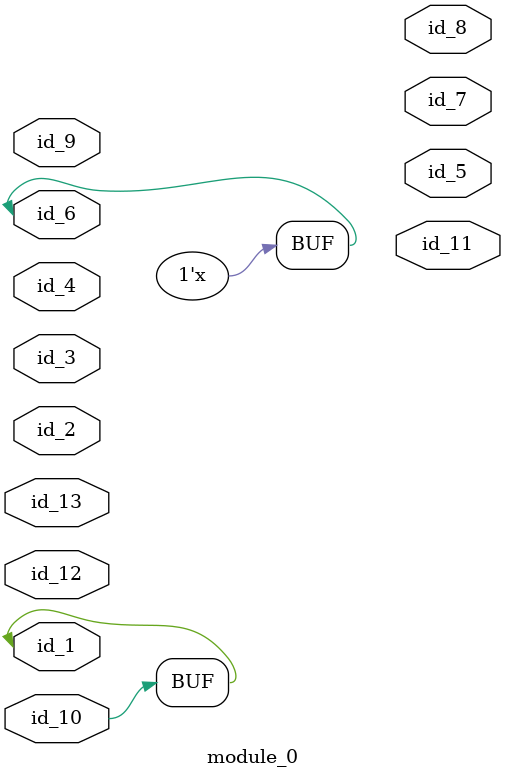
<source format=v>
module module_0 (
    id_1,
    id_2,
    id_3,
    id_4,
    id_5,
    id_6,
    id_7,
    id_8,
    id_9,
    id_10,
    id_11,
    id_12,
    id_13
);
  input id_13;
  inout id_12;
  output id_11;
  input id_10;
  input id_9;
  output id_8;
  output id_7;
  inout id_6;
  output id_5;
  input id_4;
  input id_3;
  inout id_2;
  inout id_1;
  initial begin
    id_1 <= id_10;
    id_6[1'd0] = id_6;
  end
endmodule

</source>
